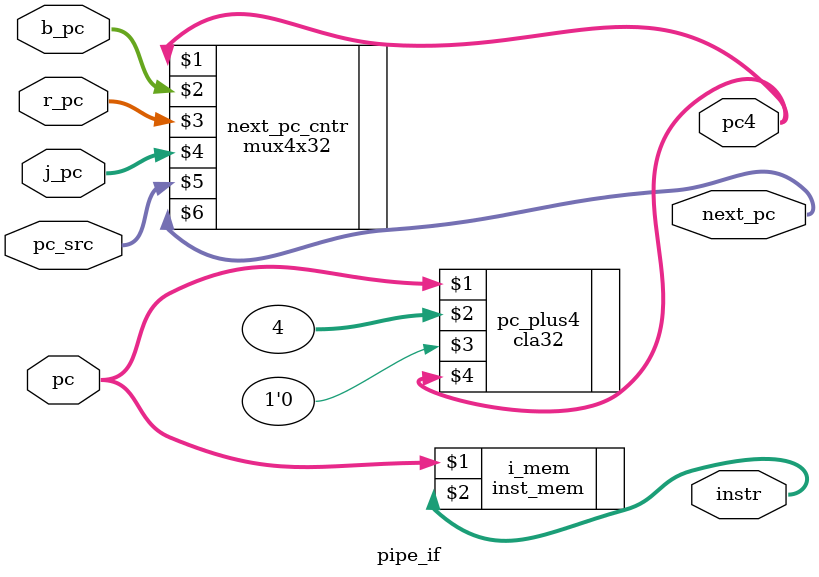
<source format=v>
`timescale 1ns / 1ps


module pipe_if #(parameter WIDTH=32, ADDR=32)(
    input [1:0] pc_src,             // next_pc选择信号
    input [WIDTH-1:0] pc,
    input [WIDTH-1:0] b_pc,         // branch pc
    input [WIDTH-1:0] r_pc,         // reg pc
    input [WIDTH-1:0] j_pc,         // jump pc
    output [WIDTH-1:0] next_pc,     // next pc
    output [WIDTH-1:0] pc4,         // pc+4
    output [WIDTH-1:0] instr);

    cla32 pc_plus4(pc,32'h4,1'b0,pc4);                          // pc+4
    mux4x32 next_pc_cntr(pc4,b_pc,r_pc,j_pc,pc_src,next_pc);    // 选择next pc
    inst_mem#(WIDTH, ADDR) i_mem(pc,instr);                     // 从内存中取指令
endmodule
</source>
